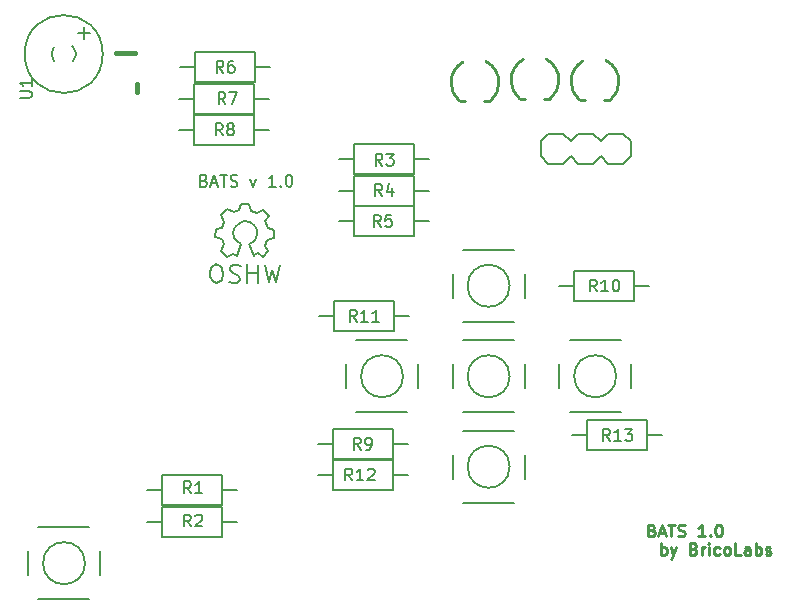
<source format=gto>
G04 #@! TF.FileFunction,Legend,Top*
%FSLAX46Y46*%
G04 Gerber Fmt 4.6, Leading zero omitted, Abs format (unit mm)*
G04 Created by KiCad (PCBNEW 0.201511131146+6311~30~ubuntu14.04.1-product) date sáb 14 nov 2015 21:16:08 CET*
%MOMM*%
G01*
G04 APERTURE LIST*
%ADD10C,0.100000*%
%ADD11C,0.250000*%
%ADD12C,0.150000*%
%ADD13C,0.254000*%
%ADD14C,0.381000*%
%ADD15C,0.203200*%
G04 APERTURE END LIST*
D10*
D11*
X182655152Y-132964181D02*
X182655152Y-131964181D01*
X182655152Y-132345133D02*
X182750390Y-132297514D01*
X182940867Y-132297514D01*
X183036105Y-132345133D01*
X183083724Y-132392752D01*
X183131343Y-132487990D01*
X183131343Y-132773705D01*
X183083724Y-132868943D01*
X183036105Y-132916562D01*
X182940867Y-132964181D01*
X182750390Y-132964181D01*
X182655152Y-132916562D01*
X183464676Y-132297514D02*
X183702771Y-132964181D01*
X183940867Y-132297514D02*
X183702771Y-132964181D01*
X183607533Y-133202276D01*
X183559914Y-133249895D01*
X183464676Y-133297514D01*
X185417058Y-132440371D02*
X185559915Y-132487990D01*
X185607534Y-132535610D01*
X185655153Y-132630848D01*
X185655153Y-132773705D01*
X185607534Y-132868943D01*
X185559915Y-132916562D01*
X185464677Y-132964181D01*
X185083724Y-132964181D01*
X185083724Y-131964181D01*
X185417058Y-131964181D01*
X185512296Y-132011800D01*
X185559915Y-132059419D01*
X185607534Y-132154657D01*
X185607534Y-132249895D01*
X185559915Y-132345133D01*
X185512296Y-132392752D01*
X185417058Y-132440371D01*
X185083724Y-132440371D01*
X186083724Y-132964181D02*
X186083724Y-132297514D01*
X186083724Y-132487990D02*
X186131343Y-132392752D01*
X186178962Y-132345133D01*
X186274200Y-132297514D01*
X186369439Y-132297514D01*
X186702772Y-132964181D02*
X186702772Y-132297514D01*
X186702772Y-131964181D02*
X186655153Y-132011800D01*
X186702772Y-132059419D01*
X186750391Y-132011800D01*
X186702772Y-131964181D01*
X186702772Y-132059419D01*
X187607534Y-132916562D02*
X187512296Y-132964181D01*
X187321819Y-132964181D01*
X187226581Y-132916562D01*
X187178962Y-132868943D01*
X187131343Y-132773705D01*
X187131343Y-132487990D01*
X187178962Y-132392752D01*
X187226581Y-132345133D01*
X187321819Y-132297514D01*
X187512296Y-132297514D01*
X187607534Y-132345133D01*
X188178962Y-132964181D02*
X188083724Y-132916562D01*
X188036105Y-132868943D01*
X187988486Y-132773705D01*
X187988486Y-132487990D01*
X188036105Y-132392752D01*
X188083724Y-132345133D01*
X188178962Y-132297514D01*
X188321820Y-132297514D01*
X188417058Y-132345133D01*
X188464677Y-132392752D01*
X188512296Y-132487990D01*
X188512296Y-132773705D01*
X188464677Y-132868943D01*
X188417058Y-132916562D01*
X188321820Y-132964181D01*
X188178962Y-132964181D01*
X189417058Y-132964181D02*
X188940867Y-132964181D01*
X188940867Y-131964181D01*
X190178963Y-132964181D02*
X190178963Y-132440371D01*
X190131344Y-132345133D01*
X190036106Y-132297514D01*
X189845629Y-132297514D01*
X189750391Y-132345133D01*
X190178963Y-132916562D02*
X190083725Y-132964181D01*
X189845629Y-132964181D01*
X189750391Y-132916562D01*
X189702772Y-132821324D01*
X189702772Y-132726086D01*
X189750391Y-132630848D01*
X189845629Y-132583229D01*
X190083725Y-132583229D01*
X190178963Y-132535610D01*
X190655153Y-132964181D02*
X190655153Y-131964181D01*
X190655153Y-132345133D02*
X190750391Y-132297514D01*
X190940868Y-132297514D01*
X191036106Y-132345133D01*
X191083725Y-132392752D01*
X191131344Y-132487990D01*
X191131344Y-132773705D01*
X191083725Y-132868943D01*
X191036106Y-132916562D01*
X190940868Y-132964181D01*
X190750391Y-132964181D01*
X190655153Y-132916562D01*
X191512296Y-132916562D02*
X191607534Y-132964181D01*
X191798010Y-132964181D01*
X191893249Y-132916562D01*
X191940868Y-132821324D01*
X191940868Y-132773705D01*
X191893249Y-132678467D01*
X191798010Y-132630848D01*
X191655153Y-132630848D01*
X191559915Y-132583229D01*
X191512296Y-132487990D01*
X191512296Y-132440371D01*
X191559915Y-132345133D01*
X191655153Y-132297514D01*
X191798010Y-132297514D01*
X191893249Y-132345133D01*
D12*
X149090380Y-108409740D02*
X149451060Y-109880400D01*
X149451060Y-109880400D02*
X149730460Y-108818680D01*
X149730460Y-108818680D02*
X150040340Y-109890560D01*
X150040340Y-109890560D02*
X150380700Y-108440220D01*
X147670520Y-109100620D02*
X148460460Y-109090460D01*
X148460460Y-109090460D02*
X148470620Y-109100620D01*
X148470620Y-109100620D02*
X148470620Y-109090460D01*
X148511260Y-108379260D02*
X148511260Y-109921040D01*
X147622260Y-108369100D02*
X147622260Y-109938820D01*
X147622260Y-109938820D02*
X147632420Y-109928660D01*
X147071080Y-108470700D02*
X146720560Y-108389420D01*
X146720560Y-108389420D02*
X146400520Y-108379260D01*
X146400520Y-108379260D02*
X146161760Y-108579920D01*
X146161760Y-108579920D02*
X146131280Y-108849160D01*
X146131280Y-108849160D02*
X146372580Y-109090460D01*
X146372580Y-109090460D02*
X146761200Y-109220000D01*
X146761200Y-109220000D02*
X146941540Y-109380020D01*
X146941540Y-109380020D02*
X146982180Y-109679740D01*
X146982180Y-109679740D02*
X146751040Y-109900720D01*
X146751040Y-109900720D02*
X146431000Y-109928660D01*
X146431000Y-109928660D02*
X146080480Y-109819440D01*
X145041620Y-108369100D02*
X144792700Y-108389420D01*
X144792700Y-108389420D02*
X144551400Y-108630720D01*
X144551400Y-108630720D02*
X144462500Y-109120940D01*
X144462500Y-109120940D02*
X144490440Y-109468920D01*
X144490440Y-109468920D02*
X144691100Y-109788960D01*
X144691100Y-109788960D02*
X144942560Y-109910880D01*
X144942560Y-109910880D02*
X145252440Y-109839760D01*
X145252440Y-109839760D02*
X145470880Y-109659420D01*
X145470880Y-109659420D02*
X145542000Y-109199680D01*
X145542000Y-109199680D02*
X145491200Y-108790740D01*
X145491200Y-108790740D02*
X145381980Y-108508800D01*
X145381980Y-108508800D02*
X145021300Y-108379260D01*
X145641060Y-106649520D02*
X145381980Y-107210860D01*
X145381980Y-107210860D02*
X145920460Y-107729020D01*
X145920460Y-107729020D02*
X146441160Y-107459780D01*
X146441160Y-107459780D02*
X146720560Y-107619800D01*
X148160740Y-107599480D02*
X148490940Y-107408980D01*
X148490940Y-107408980D02*
X148930360Y-107739180D01*
X148930360Y-107739180D02*
X149402800Y-107248960D01*
X149402800Y-107248960D02*
X149120860Y-106768900D01*
X149120860Y-106768900D02*
X149311360Y-106299000D01*
X149311360Y-106299000D02*
X149920960Y-106111040D01*
X149920960Y-106111040D02*
X149920960Y-105430320D01*
X149920960Y-105430320D02*
X149362160Y-105290620D01*
X149362160Y-105290620D02*
X149161500Y-104719120D01*
X149161500Y-104719120D02*
X149430740Y-104249220D01*
X149430740Y-104249220D02*
X148960840Y-103738680D01*
X148960840Y-103738680D02*
X148442680Y-104000300D01*
X148442680Y-104000300D02*
X147972780Y-103799640D01*
X147972780Y-103799640D02*
X147802600Y-103258620D01*
X147802600Y-103258620D02*
X147111720Y-103240840D01*
X147111720Y-103240840D02*
X146900900Y-103789480D01*
X146900900Y-103789480D02*
X146481800Y-103959660D01*
X146481800Y-103959660D02*
X145930620Y-103690420D01*
X145930620Y-103690420D02*
X145412460Y-104218740D01*
X145412460Y-104218740D02*
X145661380Y-104759760D01*
X145661380Y-104759760D02*
X145491200Y-105239820D01*
X145491200Y-105239820D02*
X144942560Y-105338880D01*
X144942560Y-105338880D02*
X144932400Y-106039920D01*
X144932400Y-106039920D02*
X145491200Y-106240580D01*
X145491200Y-106240580D02*
X145630900Y-106639360D01*
X147772120Y-106619040D02*
X148071840Y-106469180D01*
X148071840Y-106469180D02*
X148272500Y-106271060D01*
X148272500Y-106271060D02*
X148422360Y-105869740D01*
X148422360Y-105869740D02*
X148422360Y-105470960D01*
X148422360Y-105470960D02*
X148272500Y-105120440D01*
X148272500Y-105120440D02*
X147820380Y-104769920D01*
X147820380Y-104769920D02*
X147370800Y-104719120D01*
X147370800Y-104719120D02*
X146972020Y-104820720D01*
X146972020Y-104820720D02*
X146570700Y-105168700D01*
X146570700Y-105168700D02*
X146420840Y-105620820D01*
X146420840Y-105620820D02*
X146471640Y-106118660D01*
X146471640Y-106118660D02*
X146720560Y-106420920D01*
X146720560Y-106420920D02*
X147071080Y-106619040D01*
X147071080Y-106619040D02*
X146720560Y-107619800D01*
X147772120Y-106619040D02*
X148170900Y-107619800D01*
X143154400Y-93078300D02*
X148234400Y-93078300D01*
X148234400Y-93078300D02*
X148234400Y-95618300D01*
X148234400Y-95618300D02*
X143154400Y-95618300D01*
X143154400Y-95618300D02*
X143154400Y-93078300D01*
X143154400Y-94348300D02*
X141884400Y-94348300D01*
X148234400Y-94348300D02*
X149504400Y-94348300D01*
D13*
X168206905Y-94540288D02*
G75*
G03X168935479Y-92981408I-1303426J1558880D01*
G01*
X168932939Y-92980433D02*
G75*
G03X167858519Y-91190708I-2029460J-975D01*
G01*
X165589202Y-94531150D02*
G75*
G02X164871479Y-92981408I1314277J1549742D01*
G01*
X164873941Y-92978195D02*
G75*
G02X165897639Y-91218648I2029538J-3213D01*
G01*
X168198879Y-94556208D02*
X167690879Y-94556208D01*
X165608079Y-94556208D02*
X166065279Y-94556208D01*
X173286905Y-94334769D02*
G75*
G03X174015479Y-92775889I-1303426J1558880D01*
G01*
X174012939Y-92774914D02*
G75*
G03X172938519Y-90985189I-2029460J-975D01*
G01*
X170669202Y-94325631D02*
G75*
G02X169951479Y-92775889I1314277J1549742D01*
G01*
X169953941Y-92772676D02*
G75*
G02X170977639Y-91013129I2029538J-3213D01*
G01*
X173278879Y-94350689D02*
X172770879Y-94350689D01*
X170688079Y-94350689D02*
X171145279Y-94350689D01*
X178366905Y-94453817D02*
G75*
G03X179095479Y-92894937I-1303426J1558880D01*
G01*
X179092939Y-92893962D02*
G75*
G03X178018519Y-91104237I-2029460J-975D01*
G01*
X175749202Y-94444679D02*
G75*
G02X175031479Y-92894937I1314277J1549742D01*
G01*
X175033941Y-92891724D02*
G75*
G02X176057639Y-91132177I2029538J-3213D01*
G01*
X178358879Y-94469737D02*
X177850879Y-94469737D01*
X175768079Y-94469737D02*
X176225279Y-94469737D01*
D14*
X138277454Y-93055534D02*
X138277454Y-93754034D01*
X138076794Y-90454574D02*
X136476594Y-90454574D01*
D15*
X177546000Y-97917000D02*
X178181000Y-97282000D01*
X178181000Y-97282000D02*
X179451000Y-97282000D01*
X179451000Y-97282000D02*
X180086000Y-97917000D01*
X180086000Y-99187000D02*
X179451000Y-99822000D01*
X179451000Y-99822000D02*
X178181000Y-99822000D01*
X178181000Y-99822000D02*
X177546000Y-99187000D01*
X173101000Y-97282000D02*
X174371000Y-97282000D01*
X174371000Y-97282000D02*
X175006000Y-97917000D01*
X175006000Y-99187000D02*
X174371000Y-99822000D01*
X175006000Y-97917000D02*
X175641000Y-97282000D01*
X175641000Y-97282000D02*
X176911000Y-97282000D01*
X176911000Y-97282000D02*
X177546000Y-97917000D01*
X177546000Y-99187000D02*
X176911000Y-99822000D01*
X176911000Y-99822000D02*
X175641000Y-99822000D01*
X175641000Y-99822000D02*
X175006000Y-99187000D01*
X172466000Y-97917000D02*
X172466000Y-99187000D01*
X173101000Y-97282000D02*
X172466000Y-97917000D01*
X172466000Y-99187000D02*
X173101000Y-99822000D01*
X174371000Y-99822000D02*
X173101000Y-99822000D01*
X180086000Y-97917000D02*
X180086000Y-99187000D01*
D12*
X143217900Y-90411300D02*
X148297900Y-90411300D01*
X148297900Y-90411300D02*
X148297900Y-92951300D01*
X148297900Y-92951300D02*
X143217900Y-92951300D01*
X143217900Y-92951300D02*
X143217900Y-90411300D01*
X143217900Y-91681300D02*
X141947900Y-91681300D01*
X148297900Y-91681300D02*
X149567900Y-91681300D01*
X159931100Y-124853700D02*
X154851100Y-124853700D01*
X154851100Y-124853700D02*
X154851100Y-122313700D01*
X154851100Y-122313700D02*
X159931100Y-122313700D01*
X159931100Y-122313700D02*
X159931100Y-124853700D01*
X159931100Y-123583700D02*
X161201100Y-123583700D01*
X154851100Y-123583700D02*
X153581100Y-123583700D01*
X175323500Y-108927900D02*
X180403500Y-108927900D01*
X180403500Y-108927900D02*
X180403500Y-111467900D01*
X180403500Y-111467900D02*
X175323500Y-111467900D01*
X175323500Y-111467900D02*
X175323500Y-108927900D01*
X175323500Y-110197900D02*
X174053500Y-110197900D01*
X180403500Y-110197900D02*
X181673500Y-110197900D01*
X154978100Y-111493300D02*
X160058100Y-111493300D01*
X160058100Y-111493300D02*
X160058100Y-114033300D01*
X160058100Y-114033300D02*
X154978100Y-114033300D01*
X154978100Y-114033300D02*
X154978100Y-111493300D01*
X154978100Y-112763300D02*
X153708100Y-112763300D01*
X160058100Y-112763300D02*
X161328100Y-112763300D01*
X159931100Y-127469900D02*
X154851100Y-127469900D01*
X154851100Y-127469900D02*
X154851100Y-124929900D01*
X154851100Y-124929900D02*
X159931100Y-124929900D01*
X159931100Y-124929900D02*
X159931100Y-127469900D01*
X159931100Y-126199900D02*
X161201100Y-126199900D01*
X154851100Y-126199900D02*
X153581100Y-126199900D01*
X176428400Y-121577100D02*
X181508400Y-121577100D01*
X181508400Y-121577100D02*
X181508400Y-124117100D01*
X181508400Y-124117100D02*
X176428400Y-124117100D01*
X176428400Y-124117100D02*
X176428400Y-121577100D01*
X176428400Y-122847100D02*
X175158400Y-122847100D01*
X181508400Y-122847100D02*
X182778400Y-122847100D01*
D15*
X170211750Y-122440700D02*
X165893750Y-122440700D01*
X165893750Y-128536700D02*
X170211750Y-128536700D01*
X171100750Y-124493020D02*
X171100750Y-126504700D01*
X165004750Y-124462540D02*
X165004750Y-126504700D01*
X169830750Y-125488700D02*
G75*
G03X169830750Y-125488700I-1778000J0D01*
G01*
D12*
X133830060Y-89301320D02*
X133830060Y-88300560D01*
X133329680Y-88800940D02*
X134330440Y-88800940D01*
X132781040Y-89849960D02*
X132880100Y-89951560D01*
X132880100Y-89951560D02*
X132979160Y-90152220D01*
X132979160Y-90152220D02*
X133080760Y-90451940D01*
X133080760Y-90451940D02*
X133080760Y-90650060D01*
X133080760Y-90650060D02*
X132979160Y-90949780D01*
X132979160Y-90949780D02*
X132880100Y-91150440D01*
X131279900Y-89951560D02*
X131180840Y-90152220D01*
X131180840Y-90152220D02*
X131079240Y-90451940D01*
X131079240Y-90451940D02*
X131079240Y-90650060D01*
X131079240Y-90650060D02*
X131180840Y-90949780D01*
X131180840Y-90949780D02*
X131279900Y-91150440D01*
X135379460Y-90551000D02*
G75*
G03X135379460Y-90551000I-3299460J0D01*
G01*
X140398500Y-126187200D02*
X145478500Y-126187200D01*
X145478500Y-126187200D02*
X145478500Y-128727200D01*
X145478500Y-128727200D02*
X140398500Y-128727200D01*
X140398500Y-128727200D02*
X140398500Y-126187200D01*
X140398500Y-127457200D02*
X139128500Y-127457200D01*
X145478500Y-127457200D02*
X146748500Y-127457200D01*
D15*
X134264400Y-130606800D02*
X129946400Y-130606800D01*
X129946400Y-136702800D02*
X134264400Y-136702800D01*
X135153400Y-132659120D02*
X135153400Y-134670800D01*
X129057400Y-132628640D02*
X129057400Y-134670800D01*
X133883400Y-133654800D02*
G75*
G03X133883400Y-133654800I-1778000J0D01*
G01*
X170211750Y-114782600D02*
X165893750Y-114782600D01*
X165893750Y-120878600D02*
X170211750Y-120878600D01*
X171100750Y-116834920D02*
X171100750Y-118846600D01*
X165004750Y-116804440D02*
X165004750Y-118846600D01*
X169830750Y-117830600D02*
G75*
G03X169830750Y-117830600I-1778000J0D01*
G01*
X165893750Y-113220500D02*
X170211750Y-113220500D01*
X170211750Y-107124500D02*
X165893750Y-107124500D01*
X165004750Y-111168180D02*
X165004750Y-109156500D01*
X171100750Y-111198660D02*
X171100750Y-109156500D01*
X169830750Y-110172500D02*
G75*
G03X169830750Y-110172500I-1778000J0D01*
G01*
X161188400Y-114782600D02*
X156870400Y-114782600D01*
X156870400Y-120878600D02*
X161188400Y-120878600D01*
X162077400Y-116834920D02*
X162077400Y-118846600D01*
X155981400Y-116804440D02*
X155981400Y-118846600D01*
X160807400Y-117830600D02*
G75*
G03X160807400Y-117830600I-1778000J0D01*
G01*
D12*
X145491200Y-131432300D02*
X140411200Y-131432300D01*
X140411200Y-131432300D02*
X140411200Y-128892300D01*
X140411200Y-128892300D02*
X145491200Y-128892300D01*
X145491200Y-128892300D02*
X145491200Y-131432300D01*
X145491200Y-130162300D02*
X146761200Y-130162300D01*
X140411200Y-130162300D02*
X139141200Y-130162300D01*
X161747200Y-100723700D02*
X156667200Y-100723700D01*
X156667200Y-100723700D02*
X156667200Y-98183700D01*
X156667200Y-98183700D02*
X161747200Y-98183700D01*
X161747200Y-98183700D02*
X161747200Y-100723700D01*
X161747200Y-99453700D02*
X163017200Y-99453700D01*
X156667200Y-99453700D02*
X155397200Y-99453700D01*
X161747200Y-103393875D02*
X156667200Y-103393875D01*
X156667200Y-103393875D02*
X156667200Y-100853875D01*
X156667200Y-100853875D02*
X161747200Y-100853875D01*
X161747200Y-100853875D02*
X161747200Y-103393875D01*
X161747200Y-102123875D02*
X163017200Y-102123875D01*
X156667200Y-102123875D02*
X155397200Y-102123875D01*
X161747200Y-105956100D02*
X156667200Y-105956100D01*
X156667200Y-105956100D02*
X156667200Y-103416100D01*
X156667200Y-103416100D02*
X161747200Y-103416100D01*
X161747200Y-103416100D02*
X161747200Y-105956100D01*
X161747200Y-104686100D02*
X163017200Y-104686100D01*
X156667200Y-104686100D02*
X155397200Y-104686100D01*
X143154400Y-95707200D02*
X148234400Y-95707200D01*
X148234400Y-95707200D02*
X148234400Y-98247200D01*
X148234400Y-98247200D02*
X143154400Y-98247200D01*
X143154400Y-98247200D02*
X143154400Y-95707200D01*
X143154400Y-96977200D02*
X141884400Y-96977200D01*
X148234400Y-96977200D02*
X149504400Y-96977200D01*
D15*
X179235100Y-114782600D02*
X174917100Y-114782600D01*
X174917100Y-120878600D02*
X179235100Y-120878600D01*
X180124100Y-116834920D02*
X180124100Y-118846600D01*
X174028100Y-116804440D02*
X174028100Y-118846600D01*
X178854100Y-117830600D02*
G75*
G03X178854100Y-117830600I-1778000J0D01*
G01*
D12*
X143973041Y-101259331D02*
X144115898Y-101306950D01*
X144163517Y-101354570D01*
X144211136Y-101449808D01*
X144211136Y-101592665D01*
X144163517Y-101687903D01*
X144115898Y-101735522D01*
X144020660Y-101783141D01*
X143639707Y-101783141D01*
X143639707Y-100783141D01*
X143973041Y-100783141D01*
X144068279Y-100830760D01*
X144115898Y-100878379D01*
X144163517Y-100973617D01*
X144163517Y-101068855D01*
X144115898Y-101164093D01*
X144068279Y-101211712D01*
X143973041Y-101259331D01*
X143639707Y-101259331D01*
X144592088Y-101497427D02*
X145068279Y-101497427D01*
X144496850Y-101783141D02*
X144830183Y-100783141D01*
X145163517Y-101783141D01*
X145353993Y-100783141D02*
X145925422Y-100783141D01*
X145639707Y-101783141D02*
X145639707Y-100783141D01*
X146211136Y-101735522D02*
X146353993Y-101783141D01*
X146592089Y-101783141D01*
X146687327Y-101735522D01*
X146734946Y-101687903D01*
X146782565Y-101592665D01*
X146782565Y-101497427D01*
X146734946Y-101402189D01*
X146687327Y-101354570D01*
X146592089Y-101306950D01*
X146401612Y-101259331D01*
X146306374Y-101211712D01*
X146258755Y-101164093D01*
X146211136Y-101068855D01*
X146211136Y-100973617D01*
X146258755Y-100878379D01*
X146306374Y-100830760D01*
X146401612Y-100783141D01*
X146639708Y-100783141D01*
X146782565Y-100830760D01*
X147877803Y-101116474D02*
X148115898Y-101783141D01*
X148353994Y-101116474D01*
X150020661Y-101783141D02*
X149449232Y-101783141D01*
X149734946Y-101783141D02*
X149734946Y-100783141D01*
X149639708Y-100925998D01*
X149544470Y-101021236D01*
X149449232Y-101068855D01*
X150449232Y-101687903D02*
X150496851Y-101735522D01*
X150449232Y-101783141D01*
X150401613Y-101735522D01*
X150449232Y-101687903D01*
X150449232Y-101783141D01*
X151115898Y-100783141D02*
X151211137Y-100783141D01*
X151306375Y-100830760D01*
X151353994Y-100878379D01*
X151401613Y-100973617D01*
X151449232Y-101164093D01*
X151449232Y-101402189D01*
X151401613Y-101592665D01*
X151353994Y-101687903D01*
X151306375Y-101735522D01*
X151211137Y-101783141D01*
X151115898Y-101783141D01*
X151020660Y-101735522D01*
X150973041Y-101687903D01*
X150925422Y-101592665D01*
X150877803Y-101402189D01*
X150877803Y-101164093D01*
X150925422Y-100973617D01*
X150973041Y-100878379D01*
X151020660Y-100830760D01*
X151115898Y-100783141D01*
D11*
X181872286Y-130865571D02*
X182015143Y-130913190D01*
X182062762Y-130960810D01*
X182110381Y-131056048D01*
X182110381Y-131198905D01*
X182062762Y-131294143D01*
X182015143Y-131341762D01*
X181919905Y-131389381D01*
X181538952Y-131389381D01*
X181538952Y-130389381D01*
X181872286Y-130389381D01*
X181967524Y-130437000D01*
X182015143Y-130484619D01*
X182062762Y-130579857D01*
X182062762Y-130675095D01*
X182015143Y-130770333D01*
X181967524Y-130817952D01*
X181872286Y-130865571D01*
X181538952Y-130865571D01*
X182491333Y-131103667D02*
X182967524Y-131103667D01*
X182396095Y-131389381D02*
X182729428Y-130389381D01*
X183062762Y-131389381D01*
X183253238Y-130389381D02*
X183824667Y-130389381D01*
X183538952Y-131389381D02*
X183538952Y-130389381D01*
X184110381Y-131341762D02*
X184253238Y-131389381D01*
X184491334Y-131389381D01*
X184586572Y-131341762D01*
X184634191Y-131294143D01*
X184681810Y-131198905D01*
X184681810Y-131103667D01*
X184634191Y-131008429D01*
X184586572Y-130960810D01*
X184491334Y-130913190D01*
X184300857Y-130865571D01*
X184205619Y-130817952D01*
X184158000Y-130770333D01*
X184110381Y-130675095D01*
X184110381Y-130579857D01*
X184158000Y-130484619D01*
X184205619Y-130437000D01*
X184300857Y-130389381D01*
X184538953Y-130389381D01*
X184681810Y-130437000D01*
X186396096Y-131389381D02*
X185824667Y-131389381D01*
X186110381Y-131389381D02*
X186110381Y-130389381D01*
X186015143Y-130532238D01*
X185919905Y-130627476D01*
X185824667Y-130675095D01*
X186824667Y-131294143D02*
X186872286Y-131341762D01*
X186824667Y-131389381D01*
X186777048Y-131341762D01*
X186824667Y-131294143D01*
X186824667Y-131389381D01*
X187491333Y-130389381D02*
X187586572Y-130389381D01*
X187681810Y-130437000D01*
X187729429Y-130484619D01*
X187777048Y-130579857D01*
X187824667Y-130770333D01*
X187824667Y-131008429D01*
X187777048Y-131198905D01*
X187729429Y-131294143D01*
X187681810Y-131341762D01*
X187586572Y-131389381D01*
X187491333Y-131389381D01*
X187396095Y-131341762D01*
X187348476Y-131294143D01*
X187300857Y-131198905D01*
X187253238Y-131008429D01*
X187253238Y-130770333D01*
X187300857Y-130579857D01*
X187348476Y-130484619D01*
X187396095Y-130437000D01*
X187491333Y-130389381D01*
D12*
X145776654Y-94800681D02*
X145443320Y-94324490D01*
X145205225Y-94800681D02*
X145205225Y-93800681D01*
X145586178Y-93800681D01*
X145681416Y-93848300D01*
X145729035Y-93895919D01*
X145776654Y-93991157D01*
X145776654Y-94134014D01*
X145729035Y-94229252D01*
X145681416Y-94276871D01*
X145586178Y-94324490D01*
X145205225Y-94324490D01*
X146109987Y-93800681D02*
X146776654Y-93800681D01*
X146348082Y-94800681D01*
X145591234Y-92133681D02*
X145257900Y-91657490D01*
X145019805Y-92133681D02*
X145019805Y-91133681D01*
X145400758Y-91133681D01*
X145495996Y-91181300D01*
X145543615Y-91228919D01*
X145591234Y-91324157D01*
X145591234Y-91467014D01*
X145543615Y-91562252D01*
X145495996Y-91609871D01*
X145400758Y-91657490D01*
X145019805Y-91657490D01*
X146448377Y-91133681D02*
X146257900Y-91133681D01*
X146162662Y-91181300D01*
X146115043Y-91228919D01*
X146019805Y-91371776D01*
X145972186Y-91562252D01*
X145972186Y-91943205D01*
X146019805Y-92038443D01*
X146067424Y-92086062D01*
X146162662Y-92133681D01*
X146353139Y-92133681D01*
X146448377Y-92086062D01*
X146495996Y-92038443D01*
X146543615Y-91943205D01*
X146543615Y-91705110D01*
X146495996Y-91609871D01*
X146448377Y-91562252D01*
X146353139Y-91514633D01*
X146162662Y-91514633D01*
X146067424Y-91562252D01*
X146019805Y-91609871D01*
X145972186Y-91705110D01*
X157224434Y-124036081D02*
X156891100Y-123559890D01*
X156653005Y-124036081D02*
X156653005Y-123036081D01*
X157033958Y-123036081D01*
X157129196Y-123083700D01*
X157176815Y-123131319D01*
X157224434Y-123226557D01*
X157224434Y-123369414D01*
X157176815Y-123464652D01*
X157129196Y-123512271D01*
X157033958Y-123559890D01*
X156653005Y-123559890D01*
X157700624Y-124036081D02*
X157891100Y-124036081D01*
X157986339Y-123988462D01*
X158033958Y-123940843D01*
X158129196Y-123797986D01*
X158176815Y-123607510D01*
X158176815Y-123226557D01*
X158129196Y-123131319D01*
X158081577Y-123083700D01*
X157986339Y-123036081D01*
X157795862Y-123036081D01*
X157700624Y-123083700D01*
X157653005Y-123131319D01*
X157605386Y-123226557D01*
X157605386Y-123464652D01*
X157653005Y-123559890D01*
X157700624Y-123607510D01*
X157795862Y-123655129D01*
X157986339Y-123655129D01*
X158081577Y-123607510D01*
X158129196Y-123559890D01*
X158176815Y-123464652D01*
X177220643Y-110650281D02*
X176887309Y-110174090D01*
X176649214Y-110650281D02*
X176649214Y-109650281D01*
X177030167Y-109650281D01*
X177125405Y-109697900D01*
X177173024Y-109745519D01*
X177220643Y-109840757D01*
X177220643Y-109983614D01*
X177173024Y-110078852D01*
X177125405Y-110126471D01*
X177030167Y-110174090D01*
X176649214Y-110174090D01*
X178173024Y-110650281D02*
X177601595Y-110650281D01*
X177887309Y-110650281D02*
X177887309Y-109650281D01*
X177792071Y-109793138D01*
X177696833Y-109888376D01*
X177601595Y-109935995D01*
X178792071Y-109650281D02*
X178887310Y-109650281D01*
X178982548Y-109697900D01*
X179030167Y-109745519D01*
X179077786Y-109840757D01*
X179125405Y-110031233D01*
X179125405Y-110269329D01*
X179077786Y-110459805D01*
X179030167Y-110555043D01*
X178982548Y-110602662D01*
X178887310Y-110650281D01*
X178792071Y-110650281D01*
X178696833Y-110602662D01*
X178649214Y-110555043D01*
X178601595Y-110459805D01*
X178553976Y-110269329D01*
X178553976Y-110031233D01*
X178601595Y-109840757D01*
X178649214Y-109745519D01*
X178696833Y-109697900D01*
X178792071Y-109650281D01*
X156875243Y-113215681D02*
X156541909Y-112739490D01*
X156303814Y-113215681D02*
X156303814Y-112215681D01*
X156684767Y-112215681D01*
X156780005Y-112263300D01*
X156827624Y-112310919D01*
X156875243Y-112406157D01*
X156875243Y-112549014D01*
X156827624Y-112644252D01*
X156780005Y-112691871D01*
X156684767Y-112739490D01*
X156303814Y-112739490D01*
X157827624Y-113215681D02*
X157256195Y-113215681D01*
X157541909Y-113215681D02*
X157541909Y-112215681D01*
X157446671Y-112358538D01*
X157351433Y-112453776D01*
X157256195Y-112501395D01*
X158780005Y-113215681D02*
X158208576Y-113215681D01*
X158494290Y-113215681D02*
X158494290Y-112215681D01*
X158399052Y-112358538D01*
X158303814Y-112453776D01*
X158208576Y-112501395D01*
X156499323Y-126652281D02*
X156165989Y-126176090D01*
X155927894Y-126652281D02*
X155927894Y-125652281D01*
X156308847Y-125652281D01*
X156404085Y-125699900D01*
X156451704Y-125747519D01*
X156499323Y-125842757D01*
X156499323Y-125985614D01*
X156451704Y-126080852D01*
X156404085Y-126128471D01*
X156308847Y-126176090D01*
X155927894Y-126176090D01*
X157451704Y-126652281D02*
X156880275Y-126652281D01*
X157165989Y-126652281D02*
X157165989Y-125652281D01*
X157070751Y-125795138D01*
X156975513Y-125890376D01*
X156880275Y-125937995D01*
X157832656Y-125747519D02*
X157880275Y-125699900D01*
X157975513Y-125652281D01*
X158213609Y-125652281D01*
X158308847Y-125699900D01*
X158356466Y-125747519D01*
X158404085Y-125842757D01*
X158404085Y-125937995D01*
X158356466Y-126080852D01*
X157785037Y-126652281D01*
X158404085Y-126652281D01*
X178325543Y-123299481D02*
X177992209Y-122823290D01*
X177754114Y-123299481D02*
X177754114Y-122299481D01*
X178135067Y-122299481D01*
X178230305Y-122347100D01*
X178277924Y-122394719D01*
X178325543Y-122489957D01*
X178325543Y-122632814D01*
X178277924Y-122728052D01*
X178230305Y-122775671D01*
X178135067Y-122823290D01*
X177754114Y-122823290D01*
X179277924Y-123299481D02*
X178706495Y-123299481D01*
X178992209Y-123299481D02*
X178992209Y-122299481D01*
X178896971Y-122442338D01*
X178801733Y-122537576D01*
X178706495Y-122585195D01*
X179611257Y-122299481D02*
X180230305Y-122299481D01*
X179896971Y-122680433D01*
X180039829Y-122680433D01*
X180135067Y-122728052D01*
X180182686Y-122775671D01*
X180230305Y-122870910D01*
X180230305Y-123109005D01*
X180182686Y-123204243D01*
X180135067Y-123251862D01*
X180039829Y-123299481D01*
X179754114Y-123299481D01*
X179658876Y-123251862D01*
X179611257Y-123204243D01*
X128357381Y-94259305D02*
X129166905Y-94259305D01*
X129262143Y-94211686D01*
X129309762Y-94164067D01*
X129357381Y-94068829D01*
X129357381Y-93878352D01*
X129309762Y-93783114D01*
X129262143Y-93735495D01*
X129166905Y-93687876D01*
X128357381Y-93687876D01*
X129357381Y-92687876D02*
X129357381Y-93259305D01*
X129357381Y-92973591D02*
X128357381Y-92973591D01*
X128500238Y-93068829D01*
X128595476Y-93164067D01*
X128643095Y-93259305D01*
X142848034Y-127731781D02*
X142514700Y-127255590D01*
X142276605Y-127731781D02*
X142276605Y-126731781D01*
X142657558Y-126731781D01*
X142752796Y-126779400D01*
X142800415Y-126827019D01*
X142848034Y-126922257D01*
X142848034Y-127065114D01*
X142800415Y-127160352D01*
X142752796Y-127207971D01*
X142657558Y-127255590D01*
X142276605Y-127255590D01*
X143800415Y-127731781D02*
X143228986Y-127731781D01*
X143514700Y-127731781D02*
X143514700Y-126731781D01*
X143419462Y-126874638D01*
X143324224Y-126969876D01*
X143228986Y-127017495D01*
X142848034Y-130538481D02*
X142514700Y-130062290D01*
X142276605Y-130538481D02*
X142276605Y-129538481D01*
X142657558Y-129538481D01*
X142752796Y-129586100D01*
X142800415Y-129633719D01*
X142848034Y-129728957D01*
X142848034Y-129871814D01*
X142800415Y-129967052D01*
X142752796Y-130014671D01*
X142657558Y-130062290D01*
X142276605Y-130062290D01*
X143228986Y-129633719D02*
X143276605Y-129586100D01*
X143371843Y-129538481D01*
X143609939Y-129538481D01*
X143705177Y-129586100D01*
X143752796Y-129633719D01*
X143800415Y-129728957D01*
X143800415Y-129824195D01*
X143752796Y-129967052D01*
X143181367Y-130538481D01*
X143800415Y-130538481D01*
X159065934Y-99994981D02*
X158732600Y-99518790D01*
X158494505Y-99994981D02*
X158494505Y-98994981D01*
X158875458Y-98994981D01*
X158970696Y-99042600D01*
X159018315Y-99090219D01*
X159065934Y-99185457D01*
X159065934Y-99328314D01*
X159018315Y-99423552D01*
X158970696Y-99471171D01*
X158875458Y-99518790D01*
X158494505Y-99518790D01*
X159399267Y-98994981D02*
X160018315Y-98994981D01*
X159684981Y-99375933D01*
X159827839Y-99375933D01*
X159923077Y-99423552D01*
X159970696Y-99471171D01*
X160018315Y-99566410D01*
X160018315Y-99804505D01*
X159970696Y-99899743D01*
X159923077Y-99947362D01*
X159827839Y-99994981D01*
X159542124Y-99994981D01*
X159446886Y-99947362D01*
X159399267Y-99899743D01*
X159040534Y-102550856D02*
X158707200Y-102074665D01*
X158469105Y-102550856D02*
X158469105Y-101550856D01*
X158850058Y-101550856D01*
X158945296Y-101598475D01*
X158992915Y-101646094D01*
X159040534Y-101741332D01*
X159040534Y-101884189D01*
X158992915Y-101979427D01*
X158945296Y-102027046D01*
X158850058Y-102074665D01*
X158469105Y-102074665D01*
X159897677Y-101884189D02*
X159897677Y-102550856D01*
X159659581Y-101503237D02*
X159421486Y-102217523D01*
X160040534Y-102217523D01*
X158913534Y-105176581D02*
X158580200Y-104700390D01*
X158342105Y-105176581D02*
X158342105Y-104176581D01*
X158723058Y-104176581D01*
X158818296Y-104224200D01*
X158865915Y-104271819D01*
X158913534Y-104367057D01*
X158913534Y-104509914D01*
X158865915Y-104605152D01*
X158818296Y-104652771D01*
X158723058Y-104700390D01*
X158342105Y-104700390D01*
X159818296Y-104176581D02*
X159342105Y-104176581D01*
X159294486Y-104652771D01*
X159342105Y-104605152D01*
X159437343Y-104557533D01*
X159675439Y-104557533D01*
X159770677Y-104605152D01*
X159818296Y-104652771D01*
X159865915Y-104748010D01*
X159865915Y-104986105D01*
X159818296Y-105081343D01*
X159770677Y-105128962D01*
X159675439Y-105176581D01*
X159437343Y-105176581D01*
X159342105Y-105128962D01*
X159294486Y-105081343D01*
X145540434Y-97429581D02*
X145207100Y-96953390D01*
X144969005Y-97429581D02*
X144969005Y-96429581D01*
X145349958Y-96429581D01*
X145445196Y-96477200D01*
X145492815Y-96524819D01*
X145540434Y-96620057D01*
X145540434Y-96762914D01*
X145492815Y-96858152D01*
X145445196Y-96905771D01*
X145349958Y-96953390D01*
X144969005Y-96953390D01*
X146111862Y-96858152D02*
X146016624Y-96810533D01*
X145969005Y-96762914D01*
X145921386Y-96667676D01*
X145921386Y-96620057D01*
X145969005Y-96524819D01*
X146016624Y-96477200D01*
X146111862Y-96429581D01*
X146302339Y-96429581D01*
X146397577Y-96477200D01*
X146445196Y-96524819D01*
X146492815Y-96620057D01*
X146492815Y-96667676D01*
X146445196Y-96762914D01*
X146397577Y-96810533D01*
X146302339Y-96858152D01*
X146111862Y-96858152D01*
X146016624Y-96905771D01*
X145969005Y-96953390D01*
X145921386Y-97048629D01*
X145921386Y-97239105D01*
X145969005Y-97334343D01*
X146016624Y-97381962D01*
X146111862Y-97429581D01*
X146302339Y-97429581D01*
X146397577Y-97381962D01*
X146445196Y-97334343D01*
X146492815Y-97239105D01*
X146492815Y-97048629D01*
X146445196Y-96953390D01*
X146397577Y-96905771D01*
X146302339Y-96858152D01*
M02*

</source>
